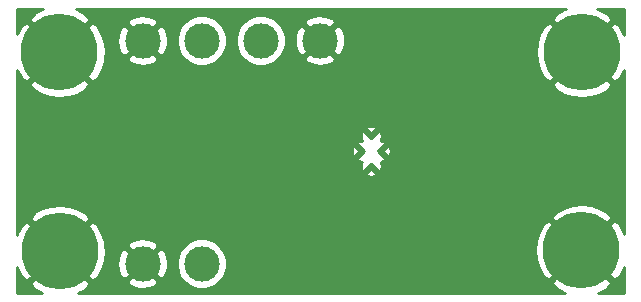
<source format=gbr>
%TF.GenerationSoftware,KiCad,Pcbnew,5.1.8-db9833491~88~ubuntu20.04.1*%
%TF.CreationDate,2020-12-10T20:55:53+01:00*%
%TF.ProjectId,Boost_DC_Converter_TPS61088RHLR,426f6f73-745f-4444-935f-436f6e766572,V1.0*%
%TF.SameCoordinates,Original*%
%TF.FileFunction,Copper,L2,Bot*%
%TF.FilePolarity,Positive*%
%FSLAX46Y46*%
G04 Gerber Fmt 4.6, Leading zero omitted, Abs format (unit mm)*
G04 Created by KiCad (PCBNEW 5.1.8-db9833491~88~ubuntu20.04.1) date 2020-12-10 20:55:53*
%MOMM*%
%LPD*%
G01*
G04 APERTURE LIST*
%TA.AperFunction,ComponentPad*%
%ADD10C,0.499999*%
%TD*%
%TA.AperFunction,ComponentPad*%
%ADD11C,3.000000*%
%TD*%
%TA.AperFunction,ComponentPad*%
%ADD12C,1.000000*%
%TD*%
%TA.AperFunction,ComponentPad*%
%ADD13C,6.500000*%
%TD*%
%TA.AperFunction,ViaPad*%
%ADD14C,0.800000*%
%TD*%
%TA.AperFunction,Conductor*%
%ADD15C,0.254000*%
%TD*%
%TA.AperFunction,Conductor*%
%ADD16C,0.100000*%
%TD*%
G04 APERTURE END LIST*
D10*
%TO.P,U1,21*%
%TO.N,GND*%
X161000000Y-47184999D03*
X160225000Y-48459921D03*
X161000000Y-49735001D03*
X161775000Y-48459921D03*
%TD*%
D11*
%TO.P,P1,1*%
%TO.N,GND*%
X156650000Y-39090000D03*
%TO.P,P1,2*%
%TO.N,Net-(C1-Pad1)*%
X151650000Y-39090000D03*
%TD*%
%TO.P,P2,2*%
%TO.N,Net-(P2-Pad2)*%
X146650000Y-57980000D03*
%TO.P,P2,1*%
%TO.N,GND*%
X141650000Y-57980000D03*
%TD*%
%TO.P,P3,2*%
%TO.N,GND*%
X141650000Y-39090000D03*
%TO.P,P3,1*%
%TO.N,Net-(C10-Pad1)*%
X146650000Y-39090000D03*
%TD*%
D12*
%TO.P,MH1,1*%
%TO.N,GND*%
X136397767Y-55142233D03*
X137130000Y-56910000D03*
X136397767Y-58677767D03*
X134630000Y-59410000D03*
X132862233Y-58677767D03*
X132130000Y-56910000D03*
X132862233Y-55142233D03*
X134630000Y-54410000D03*
D13*
X134630000Y-56910000D03*
%TD*%
%TO.P,MH2,1*%
%TO.N,GND*%
X178800000Y-56850000D03*
D12*
X178800000Y-54350000D03*
X177032233Y-55082233D03*
X176300000Y-56850000D03*
X177032233Y-58617767D03*
X178800000Y-59350000D03*
X180567767Y-58617767D03*
X181300000Y-56850000D03*
X180567767Y-55082233D03*
%TD*%
D13*
%TO.P,MH3,1*%
%TO.N,GND*%
X134600000Y-40050000D03*
D12*
X134600000Y-37550000D03*
X132832233Y-38282233D03*
X132100000Y-40050000D03*
X132832233Y-41817767D03*
X134600000Y-42550000D03*
X136367767Y-41817767D03*
X137100000Y-40050000D03*
X136367767Y-38282233D03*
%TD*%
%TO.P,MH4,1*%
%TO.N,GND*%
X180597767Y-38302233D03*
X181330000Y-40070000D03*
X180597767Y-41837767D03*
X178830000Y-42570000D03*
X177062233Y-41837767D03*
X176330000Y-40070000D03*
X177062233Y-38302233D03*
X178830000Y-37570000D03*
D13*
X178830000Y-40070000D03*
%TD*%
D14*
%TO.N,GND*%
X159340000Y-45090000D03*
%TD*%
D15*
%TO.N,GND*%
X133130392Y-36433386D02*
X132453064Y-36789584D01*
X132409365Y-36818784D01*
X132043177Y-37313572D01*
X134600000Y-39870395D01*
X137156823Y-37313572D01*
X136790635Y-36818784D01*
X136118163Y-36453499D01*
X135973339Y-36408500D01*
X177512029Y-36408500D01*
X177360392Y-36453386D01*
X176683064Y-36809584D01*
X176639365Y-36838784D01*
X176273177Y-37333572D01*
X178830000Y-39890395D01*
X181386823Y-37333572D01*
X181020635Y-36838784D01*
X180348163Y-36473499D01*
X180138971Y-36408500D01*
X182441226Y-36408500D01*
X182440371Y-38588520D01*
X182090416Y-37923064D01*
X182061216Y-37879365D01*
X181566428Y-37513177D01*
X179009605Y-40070000D01*
X181566428Y-42626823D01*
X182061216Y-42260635D01*
X182426501Y-41588163D01*
X182439209Y-41547262D01*
X182433758Y-55438308D01*
X182416614Y-55380392D01*
X182060416Y-54703064D01*
X182031216Y-54659365D01*
X181536428Y-54293177D01*
X178979605Y-56850000D01*
X181536428Y-59406823D01*
X182031216Y-59040635D01*
X182396501Y-58368163D01*
X182432654Y-58251810D01*
X182431774Y-60491500D01*
X180185537Y-60491500D01*
X180269608Y-60466614D01*
X180946936Y-60110416D01*
X180990635Y-60081216D01*
X181356823Y-59586428D01*
X178800000Y-57029605D01*
X176243177Y-59586428D01*
X176609365Y-60081216D01*
X177281837Y-60446501D01*
X177426661Y-60491500D01*
X136166379Y-60491500D01*
X136776936Y-60170416D01*
X136820635Y-60141216D01*
X137186823Y-59646428D01*
X137012048Y-59471653D01*
X140337952Y-59471653D01*
X140493962Y-59787214D01*
X140868745Y-59978020D01*
X141273551Y-60092044D01*
X141692824Y-60124902D01*
X142110451Y-60075334D01*
X142510383Y-59945243D01*
X142806038Y-59787214D01*
X142962048Y-59471653D01*
X141650000Y-58159605D01*
X140337952Y-59471653D01*
X137012048Y-59471653D01*
X134630000Y-57089605D01*
X132073177Y-59646428D01*
X132439365Y-60141216D01*
X133084221Y-60491500D01*
X130988774Y-60491500D01*
X130989634Y-58299368D01*
X131013386Y-58379608D01*
X131369584Y-59056936D01*
X131398784Y-59100635D01*
X131893572Y-59466823D01*
X134450395Y-56910000D01*
X134809605Y-56910000D01*
X137366428Y-59466823D01*
X137861216Y-59100635D01*
X138226501Y-58428163D01*
X138352445Y-58022824D01*
X139505098Y-58022824D01*
X139554666Y-58440451D01*
X139684757Y-58840383D01*
X139842786Y-59136038D01*
X140158347Y-59292048D01*
X141470395Y-57980000D01*
X141829605Y-57980000D01*
X143141653Y-59292048D01*
X143457214Y-59136038D01*
X143648020Y-58761255D01*
X143762044Y-58356449D01*
X143794902Y-57937176D01*
X143775027Y-57769721D01*
X144515000Y-57769721D01*
X144515000Y-58190279D01*
X144597047Y-58602756D01*
X144757988Y-58991302D01*
X144991637Y-59340983D01*
X145289017Y-59638363D01*
X145638698Y-59872012D01*
X146027244Y-60032953D01*
X146439721Y-60115000D01*
X146860279Y-60115000D01*
X147272756Y-60032953D01*
X147661302Y-59872012D01*
X148010983Y-59638363D01*
X148308363Y-59340983D01*
X148542012Y-58991302D01*
X148702953Y-58602756D01*
X148785000Y-58190279D01*
X148785000Y-57769721D01*
X148702953Y-57357244D01*
X148542012Y-56968698D01*
X148445142Y-56823721D01*
X174896290Y-56823721D01*
X174966172Y-57585803D01*
X175183386Y-58319608D01*
X175539584Y-58996936D01*
X175568784Y-59040635D01*
X176063572Y-59406823D01*
X178620395Y-56850000D01*
X176063572Y-54293177D01*
X175568784Y-54659365D01*
X175203499Y-55331837D01*
X174976425Y-56062650D01*
X174896290Y-56823721D01*
X148445142Y-56823721D01*
X148308363Y-56619017D01*
X148010983Y-56321637D01*
X147661302Y-56087988D01*
X147272756Y-55927047D01*
X146860279Y-55845000D01*
X146439721Y-55845000D01*
X146027244Y-55927047D01*
X145638698Y-56087988D01*
X145289017Y-56321637D01*
X144991637Y-56619017D01*
X144757988Y-56968698D01*
X144597047Y-57357244D01*
X144515000Y-57769721D01*
X143775027Y-57769721D01*
X143745334Y-57519549D01*
X143615243Y-57119617D01*
X143457214Y-56823962D01*
X143141653Y-56667952D01*
X141829605Y-57980000D01*
X141470395Y-57980000D01*
X140158347Y-56667952D01*
X139842786Y-56823962D01*
X139651980Y-57198745D01*
X139537956Y-57603551D01*
X139505098Y-58022824D01*
X138352445Y-58022824D01*
X138453575Y-57697350D01*
X138533710Y-56936279D01*
X138492636Y-56488347D01*
X140337952Y-56488347D01*
X141650000Y-57800395D01*
X142962048Y-56488347D01*
X142806038Y-56172786D01*
X142431255Y-55981980D01*
X142026449Y-55867956D01*
X141607176Y-55835098D01*
X141189549Y-55884666D01*
X140789617Y-56014757D01*
X140493962Y-56172786D01*
X140337952Y-56488347D01*
X138492636Y-56488347D01*
X138463828Y-56174197D01*
X138246614Y-55440392D01*
X137890416Y-54763064D01*
X137861216Y-54719365D01*
X137366428Y-54353177D01*
X134809605Y-56910000D01*
X134450395Y-56910000D01*
X131893572Y-54353177D01*
X131398784Y-54719365D01*
X131033499Y-55391837D01*
X130990721Y-55529513D01*
X130991253Y-54173572D01*
X132073177Y-54173572D01*
X134630000Y-56730395D01*
X137186823Y-54173572D01*
X137142418Y-54113572D01*
X176243177Y-54113572D01*
X178800000Y-56670395D01*
X181356823Y-54113572D01*
X180990635Y-53618784D01*
X180318163Y-53253499D01*
X179587350Y-53026425D01*
X178826279Y-52946290D01*
X178064197Y-53016172D01*
X177330392Y-53233386D01*
X176653064Y-53589584D01*
X176609365Y-53618784D01*
X176243177Y-54113572D01*
X137142418Y-54113572D01*
X136820635Y-53678784D01*
X136148163Y-53313499D01*
X135417350Y-53086425D01*
X134656279Y-53006290D01*
X133894197Y-53076172D01*
X133160392Y-53293386D01*
X132483064Y-53649584D01*
X132439365Y-53678784D01*
X132073177Y-54173572D01*
X130991253Y-54173572D01*
X130992760Y-50331163D01*
X160577784Y-50331163D01*
X160581826Y-50519827D01*
X160742973Y-50586329D01*
X160913997Y-50620113D01*
X161088327Y-50619885D01*
X161259262Y-50585650D01*
X161418174Y-50519827D01*
X161422216Y-50331163D01*
X161000000Y-49908948D01*
X160577784Y-50331163D01*
X130992760Y-50331163D01*
X130993529Y-48373918D01*
X159339888Y-48373918D01*
X159340116Y-48548248D01*
X159374351Y-48719183D01*
X159440174Y-48878095D01*
X159628838Y-48882137D01*
X160051053Y-48459921D01*
X159628838Y-48037705D01*
X159440174Y-48041747D01*
X159373672Y-48202894D01*
X159339888Y-48373918D01*
X130993529Y-48373918D01*
X130993729Y-47863759D01*
X159802784Y-47863759D01*
X160225000Y-48285974D01*
X160241972Y-48269003D01*
X160415918Y-48442949D01*
X160398947Y-48459921D01*
X160415918Y-48476893D01*
X160241972Y-48650839D01*
X160225000Y-48633868D01*
X159802784Y-49056083D01*
X159806826Y-49244747D01*
X159967973Y-49311249D01*
X160138997Y-49345033D01*
X160203569Y-49344949D01*
X160148672Y-49477974D01*
X160114888Y-49648998D01*
X160115116Y-49823328D01*
X160149351Y-49994263D01*
X160215174Y-50153175D01*
X160403838Y-50157217D01*
X160826053Y-49735001D01*
X160809082Y-49718029D01*
X160983028Y-49544083D01*
X161000000Y-49561054D01*
X161016972Y-49544083D01*
X161190918Y-49718029D01*
X161173947Y-49735001D01*
X161596162Y-50157217D01*
X161784826Y-50153175D01*
X161851328Y-49992028D01*
X161885112Y-49821004D01*
X161884884Y-49646674D01*
X161850649Y-49475739D01*
X161796451Y-49344892D01*
X161863327Y-49344805D01*
X162034262Y-49310570D01*
X162193174Y-49244747D01*
X162197216Y-49056083D01*
X161775000Y-48633868D01*
X161758028Y-48650839D01*
X161584082Y-48476893D01*
X161601053Y-48459921D01*
X161948947Y-48459921D01*
X162371162Y-48882137D01*
X162559826Y-48878095D01*
X162626328Y-48716948D01*
X162660112Y-48545924D01*
X162659884Y-48371594D01*
X162625649Y-48200659D01*
X162559826Y-48041747D01*
X162371162Y-48037705D01*
X161948947Y-48459921D01*
X161601053Y-48459921D01*
X161584082Y-48442949D01*
X161758028Y-48269003D01*
X161775000Y-48285974D01*
X162197216Y-47863759D01*
X162193174Y-47675095D01*
X162032027Y-47608593D01*
X161861003Y-47574809D01*
X161796496Y-47574893D01*
X161851328Y-47442026D01*
X161885112Y-47271002D01*
X161884884Y-47096672D01*
X161850649Y-46925737D01*
X161784826Y-46766825D01*
X161596162Y-46762783D01*
X161173947Y-47184999D01*
X161190918Y-47201971D01*
X161016972Y-47375917D01*
X161000000Y-47358946D01*
X160983028Y-47375917D01*
X160809082Y-47201971D01*
X160826053Y-47184999D01*
X160403838Y-46762783D01*
X160215174Y-46766825D01*
X160148672Y-46927972D01*
X160114888Y-47098996D01*
X160115116Y-47273326D01*
X160149351Y-47444261D01*
X160203484Y-47574950D01*
X160136673Y-47575037D01*
X159965738Y-47609272D01*
X159806826Y-47675095D01*
X159802784Y-47863759D01*
X130993729Y-47863759D01*
X130994229Y-46588837D01*
X160577784Y-46588837D01*
X161000000Y-47011052D01*
X161422216Y-46588837D01*
X161418174Y-46400173D01*
X161257027Y-46333671D01*
X161086003Y-46299887D01*
X160911673Y-46300115D01*
X160740738Y-46334350D01*
X160581826Y-46400173D01*
X160577784Y-46588837D01*
X130994229Y-46588837D01*
X130995722Y-42786428D01*
X132043177Y-42786428D01*
X132409365Y-43281216D01*
X133081837Y-43646501D01*
X133812650Y-43873575D01*
X134573721Y-43953710D01*
X135335803Y-43883828D01*
X136069608Y-43666614D01*
X136746936Y-43310416D01*
X136790635Y-43281216D01*
X137142021Y-42806428D01*
X176273177Y-42806428D01*
X176639365Y-43301216D01*
X177311837Y-43666501D01*
X178042650Y-43893575D01*
X178803721Y-43973710D01*
X179565803Y-43903828D01*
X180299608Y-43686614D01*
X180976936Y-43330416D01*
X181020635Y-43301216D01*
X181386823Y-42806428D01*
X178830000Y-40249605D01*
X176273177Y-42806428D01*
X137142021Y-42806428D01*
X137156823Y-42786428D01*
X134600000Y-40229605D01*
X132043177Y-42786428D01*
X130995722Y-42786428D01*
X130996210Y-41543993D01*
X131339584Y-42196936D01*
X131368784Y-42240635D01*
X131863572Y-42606823D01*
X134420395Y-40050000D01*
X134779605Y-40050000D01*
X137336428Y-42606823D01*
X137831216Y-42240635D01*
X138196501Y-41568163D01*
X138423575Y-40837350D01*
X138450497Y-40581653D01*
X140337952Y-40581653D01*
X140493962Y-40897214D01*
X140868745Y-41088020D01*
X141273551Y-41202044D01*
X141692824Y-41234902D01*
X142110451Y-41185334D01*
X142510383Y-41055243D01*
X142806038Y-40897214D01*
X142962048Y-40581653D01*
X141650000Y-39269605D01*
X140337952Y-40581653D01*
X138450497Y-40581653D01*
X138503710Y-40076279D01*
X138433828Y-39314197D01*
X138380140Y-39132824D01*
X139505098Y-39132824D01*
X139554666Y-39550451D01*
X139684757Y-39950383D01*
X139842786Y-40246038D01*
X140158347Y-40402048D01*
X141470395Y-39090000D01*
X141829605Y-39090000D01*
X143141653Y-40402048D01*
X143457214Y-40246038D01*
X143648020Y-39871255D01*
X143762044Y-39466449D01*
X143794902Y-39047176D01*
X143775027Y-38879721D01*
X144515000Y-38879721D01*
X144515000Y-39300279D01*
X144597047Y-39712756D01*
X144757988Y-40101302D01*
X144991637Y-40450983D01*
X145289017Y-40748363D01*
X145638698Y-40982012D01*
X146027244Y-41142953D01*
X146439721Y-41225000D01*
X146860279Y-41225000D01*
X147272756Y-41142953D01*
X147661302Y-40982012D01*
X148010983Y-40748363D01*
X148308363Y-40450983D01*
X148542012Y-40101302D01*
X148702953Y-39712756D01*
X148785000Y-39300279D01*
X148785000Y-38879721D01*
X149515000Y-38879721D01*
X149515000Y-39300279D01*
X149597047Y-39712756D01*
X149757988Y-40101302D01*
X149991637Y-40450983D01*
X150289017Y-40748363D01*
X150638698Y-40982012D01*
X151027244Y-41142953D01*
X151439721Y-41225000D01*
X151860279Y-41225000D01*
X152272756Y-41142953D01*
X152661302Y-40982012D01*
X153010983Y-40748363D01*
X153177693Y-40581653D01*
X155337952Y-40581653D01*
X155493962Y-40897214D01*
X155868745Y-41088020D01*
X156273551Y-41202044D01*
X156692824Y-41234902D01*
X157110451Y-41185334D01*
X157510383Y-41055243D01*
X157806038Y-40897214D01*
X157962048Y-40581653D01*
X156650000Y-39269605D01*
X155337952Y-40581653D01*
X153177693Y-40581653D01*
X153308363Y-40450983D01*
X153542012Y-40101302D01*
X153702953Y-39712756D01*
X153785000Y-39300279D01*
X153785000Y-39132824D01*
X154505098Y-39132824D01*
X154554666Y-39550451D01*
X154684757Y-39950383D01*
X154842786Y-40246038D01*
X155158347Y-40402048D01*
X156470395Y-39090000D01*
X156829605Y-39090000D01*
X158141653Y-40402048D01*
X158457214Y-40246038D01*
X158560215Y-40043721D01*
X174926290Y-40043721D01*
X174996172Y-40805803D01*
X175213386Y-41539608D01*
X175569584Y-42216936D01*
X175598784Y-42260635D01*
X176093572Y-42626823D01*
X178650395Y-40070000D01*
X176093572Y-37513177D01*
X175598784Y-37879365D01*
X175233499Y-38551837D01*
X175006425Y-39282650D01*
X174926290Y-40043721D01*
X158560215Y-40043721D01*
X158648020Y-39871255D01*
X158762044Y-39466449D01*
X158794902Y-39047176D01*
X158745334Y-38629549D01*
X158615243Y-38229617D01*
X158457214Y-37933962D01*
X158141653Y-37777952D01*
X156829605Y-39090000D01*
X156470395Y-39090000D01*
X155158347Y-37777952D01*
X154842786Y-37933962D01*
X154651980Y-38308745D01*
X154537956Y-38713551D01*
X154505098Y-39132824D01*
X153785000Y-39132824D01*
X153785000Y-38879721D01*
X153702953Y-38467244D01*
X153542012Y-38078698D01*
X153308363Y-37729017D01*
X153177693Y-37598347D01*
X155337952Y-37598347D01*
X156650000Y-38910395D01*
X157962048Y-37598347D01*
X157806038Y-37282786D01*
X157431255Y-37091980D01*
X157026449Y-36977956D01*
X156607176Y-36945098D01*
X156189549Y-36994666D01*
X155789617Y-37124757D01*
X155493962Y-37282786D01*
X155337952Y-37598347D01*
X153177693Y-37598347D01*
X153010983Y-37431637D01*
X152661302Y-37197988D01*
X152272756Y-37037047D01*
X151860279Y-36955000D01*
X151439721Y-36955000D01*
X151027244Y-37037047D01*
X150638698Y-37197988D01*
X150289017Y-37431637D01*
X149991637Y-37729017D01*
X149757988Y-38078698D01*
X149597047Y-38467244D01*
X149515000Y-38879721D01*
X148785000Y-38879721D01*
X148702953Y-38467244D01*
X148542012Y-38078698D01*
X148308363Y-37729017D01*
X148010983Y-37431637D01*
X147661302Y-37197988D01*
X147272756Y-37037047D01*
X146860279Y-36955000D01*
X146439721Y-36955000D01*
X146027244Y-37037047D01*
X145638698Y-37197988D01*
X145289017Y-37431637D01*
X144991637Y-37729017D01*
X144757988Y-38078698D01*
X144597047Y-38467244D01*
X144515000Y-38879721D01*
X143775027Y-38879721D01*
X143745334Y-38629549D01*
X143615243Y-38229617D01*
X143457214Y-37933962D01*
X143141653Y-37777952D01*
X141829605Y-39090000D01*
X141470395Y-39090000D01*
X140158347Y-37777952D01*
X139842786Y-37933962D01*
X139651980Y-38308745D01*
X139537956Y-38713551D01*
X139505098Y-39132824D01*
X138380140Y-39132824D01*
X138216614Y-38580392D01*
X137860416Y-37903064D01*
X137831216Y-37859365D01*
X137478533Y-37598347D01*
X140337952Y-37598347D01*
X141650000Y-38910395D01*
X142962048Y-37598347D01*
X142806038Y-37282786D01*
X142431255Y-37091980D01*
X142026449Y-36977956D01*
X141607176Y-36945098D01*
X141189549Y-36994666D01*
X140789617Y-37124757D01*
X140493962Y-37282786D01*
X140337952Y-37598347D01*
X137478533Y-37598347D01*
X137336428Y-37493177D01*
X134779605Y-40050000D01*
X134420395Y-40050000D01*
X131863572Y-37493177D01*
X131368784Y-37859365D01*
X131003499Y-38531837D01*
X130997384Y-38551516D01*
X130998226Y-36408500D01*
X133214463Y-36408500D01*
X133130392Y-36433386D01*
%TA.AperFunction,Conductor*%
D16*
G36*
X133130392Y-36433386D02*
G01*
X132453064Y-36789584D01*
X132409365Y-36818784D01*
X132043177Y-37313572D01*
X134600000Y-39870395D01*
X137156823Y-37313572D01*
X136790635Y-36818784D01*
X136118163Y-36453499D01*
X135973339Y-36408500D01*
X177512029Y-36408500D01*
X177360392Y-36453386D01*
X176683064Y-36809584D01*
X176639365Y-36838784D01*
X176273177Y-37333572D01*
X178830000Y-39890395D01*
X181386823Y-37333572D01*
X181020635Y-36838784D01*
X180348163Y-36473499D01*
X180138971Y-36408500D01*
X182441226Y-36408500D01*
X182440371Y-38588520D01*
X182090416Y-37923064D01*
X182061216Y-37879365D01*
X181566428Y-37513177D01*
X179009605Y-40070000D01*
X181566428Y-42626823D01*
X182061216Y-42260635D01*
X182426501Y-41588163D01*
X182439209Y-41547262D01*
X182433758Y-55438308D01*
X182416614Y-55380392D01*
X182060416Y-54703064D01*
X182031216Y-54659365D01*
X181536428Y-54293177D01*
X178979605Y-56850000D01*
X181536428Y-59406823D01*
X182031216Y-59040635D01*
X182396501Y-58368163D01*
X182432654Y-58251810D01*
X182431774Y-60491500D01*
X180185537Y-60491500D01*
X180269608Y-60466614D01*
X180946936Y-60110416D01*
X180990635Y-60081216D01*
X181356823Y-59586428D01*
X178800000Y-57029605D01*
X176243177Y-59586428D01*
X176609365Y-60081216D01*
X177281837Y-60446501D01*
X177426661Y-60491500D01*
X136166379Y-60491500D01*
X136776936Y-60170416D01*
X136820635Y-60141216D01*
X137186823Y-59646428D01*
X137012048Y-59471653D01*
X140337952Y-59471653D01*
X140493962Y-59787214D01*
X140868745Y-59978020D01*
X141273551Y-60092044D01*
X141692824Y-60124902D01*
X142110451Y-60075334D01*
X142510383Y-59945243D01*
X142806038Y-59787214D01*
X142962048Y-59471653D01*
X141650000Y-58159605D01*
X140337952Y-59471653D01*
X137012048Y-59471653D01*
X134630000Y-57089605D01*
X132073177Y-59646428D01*
X132439365Y-60141216D01*
X133084221Y-60491500D01*
X130988774Y-60491500D01*
X130989634Y-58299368D01*
X131013386Y-58379608D01*
X131369584Y-59056936D01*
X131398784Y-59100635D01*
X131893572Y-59466823D01*
X134450395Y-56910000D01*
X134809605Y-56910000D01*
X137366428Y-59466823D01*
X137861216Y-59100635D01*
X138226501Y-58428163D01*
X138352445Y-58022824D01*
X139505098Y-58022824D01*
X139554666Y-58440451D01*
X139684757Y-58840383D01*
X139842786Y-59136038D01*
X140158347Y-59292048D01*
X141470395Y-57980000D01*
X141829605Y-57980000D01*
X143141653Y-59292048D01*
X143457214Y-59136038D01*
X143648020Y-58761255D01*
X143762044Y-58356449D01*
X143794902Y-57937176D01*
X143775027Y-57769721D01*
X144515000Y-57769721D01*
X144515000Y-58190279D01*
X144597047Y-58602756D01*
X144757988Y-58991302D01*
X144991637Y-59340983D01*
X145289017Y-59638363D01*
X145638698Y-59872012D01*
X146027244Y-60032953D01*
X146439721Y-60115000D01*
X146860279Y-60115000D01*
X147272756Y-60032953D01*
X147661302Y-59872012D01*
X148010983Y-59638363D01*
X148308363Y-59340983D01*
X148542012Y-58991302D01*
X148702953Y-58602756D01*
X148785000Y-58190279D01*
X148785000Y-57769721D01*
X148702953Y-57357244D01*
X148542012Y-56968698D01*
X148445142Y-56823721D01*
X174896290Y-56823721D01*
X174966172Y-57585803D01*
X175183386Y-58319608D01*
X175539584Y-58996936D01*
X175568784Y-59040635D01*
X176063572Y-59406823D01*
X178620395Y-56850000D01*
X176063572Y-54293177D01*
X175568784Y-54659365D01*
X175203499Y-55331837D01*
X174976425Y-56062650D01*
X174896290Y-56823721D01*
X148445142Y-56823721D01*
X148308363Y-56619017D01*
X148010983Y-56321637D01*
X147661302Y-56087988D01*
X147272756Y-55927047D01*
X146860279Y-55845000D01*
X146439721Y-55845000D01*
X146027244Y-55927047D01*
X145638698Y-56087988D01*
X145289017Y-56321637D01*
X144991637Y-56619017D01*
X144757988Y-56968698D01*
X144597047Y-57357244D01*
X144515000Y-57769721D01*
X143775027Y-57769721D01*
X143745334Y-57519549D01*
X143615243Y-57119617D01*
X143457214Y-56823962D01*
X143141653Y-56667952D01*
X141829605Y-57980000D01*
X141470395Y-57980000D01*
X140158347Y-56667952D01*
X139842786Y-56823962D01*
X139651980Y-57198745D01*
X139537956Y-57603551D01*
X139505098Y-58022824D01*
X138352445Y-58022824D01*
X138453575Y-57697350D01*
X138533710Y-56936279D01*
X138492636Y-56488347D01*
X140337952Y-56488347D01*
X141650000Y-57800395D01*
X142962048Y-56488347D01*
X142806038Y-56172786D01*
X142431255Y-55981980D01*
X142026449Y-55867956D01*
X141607176Y-55835098D01*
X141189549Y-55884666D01*
X140789617Y-56014757D01*
X140493962Y-56172786D01*
X140337952Y-56488347D01*
X138492636Y-56488347D01*
X138463828Y-56174197D01*
X138246614Y-55440392D01*
X137890416Y-54763064D01*
X137861216Y-54719365D01*
X137366428Y-54353177D01*
X134809605Y-56910000D01*
X134450395Y-56910000D01*
X131893572Y-54353177D01*
X131398784Y-54719365D01*
X131033499Y-55391837D01*
X130990721Y-55529513D01*
X130991253Y-54173572D01*
X132073177Y-54173572D01*
X134630000Y-56730395D01*
X137186823Y-54173572D01*
X137142418Y-54113572D01*
X176243177Y-54113572D01*
X178800000Y-56670395D01*
X181356823Y-54113572D01*
X180990635Y-53618784D01*
X180318163Y-53253499D01*
X179587350Y-53026425D01*
X178826279Y-52946290D01*
X178064197Y-53016172D01*
X177330392Y-53233386D01*
X176653064Y-53589584D01*
X176609365Y-53618784D01*
X176243177Y-54113572D01*
X137142418Y-54113572D01*
X136820635Y-53678784D01*
X136148163Y-53313499D01*
X135417350Y-53086425D01*
X134656279Y-53006290D01*
X133894197Y-53076172D01*
X133160392Y-53293386D01*
X132483064Y-53649584D01*
X132439365Y-53678784D01*
X132073177Y-54173572D01*
X130991253Y-54173572D01*
X130992760Y-50331163D01*
X160577784Y-50331163D01*
X160581826Y-50519827D01*
X160742973Y-50586329D01*
X160913997Y-50620113D01*
X161088327Y-50619885D01*
X161259262Y-50585650D01*
X161418174Y-50519827D01*
X161422216Y-50331163D01*
X161000000Y-49908948D01*
X160577784Y-50331163D01*
X130992760Y-50331163D01*
X130993529Y-48373918D01*
X159339888Y-48373918D01*
X159340116Y-48548248D01*
X159374351Y-48719183D01*
X159440174Y-48878095D01*
X159628838Y-48882137D01*
X160051053Y-48459921D01*
X159628838Y-48037705D01*
X159440174Y-48041747D01*
X159373672Y-48202894D01*
X159339888Y-48373918D01*
X130993529Y-48373918D01*
X130993729Y-47863759D01*
X159802784Y-47863759D01*
X160225000Y-48285974D01*
X160241972Y-48269003D01*
X160415918Y-48442949D01*
X160398947Y-48459921D01*
X160415918Y-48476893D01*
X160241972Y-48650839D01*
X160225000Y-48633868D01*
X159802784Y-49056083D01*
X159806826Y-49244747D01*
X159967973Y-49311249D01*
X160138997Y-49345033D01*
X160203569Y-49344949D01*
X160148672Y-49477974D01*
X160114888Y-49648998D01*
X160115116Y-49823328D01*
X160149351Y-49994263D01*
X160215174Y-50153175D01*
X160403838Y-50157217D01*
X160826053Y-49735001D01*
X160809082Y-49718029D01*
X160983028Y-49544083D01*
X161000000Y-49561054D01*
X161016972Y-49544083D01*
X161190918Y-49718029D01*
X161173947Y-49735001D01*
X161596162Y-50157217D01*
X161784826Y-50153175D01*
X161851328Y-49992028D01*
X161885112Y-49821004D01*
X161884884Y-49646674D01*
X161850649Y-49475739D01*
X161796451Y-49344892D01*
X161863327Y-49344805D01*
X162034262Y-49310570D01*
X162193174Y-49244747D01*
X162197216Y-49056083D01*
X161775000Y-48633868D01*
X161758028Y-48650839D01*
X161584082Y-48476893D01*
X161601053Y-48459921D01*
X161948947Y-48459921D01*
X162371162Y-48882137D01*
X162559826Y-48878095D01*
X162626328Y-48716948D01*
X162660112Y-48545924D01*
X162659884Y-48371594D01*
X162625649Y-48200659D01*
X162559826Y-48041747D01*
X162371162Y-48037705D01*
X161948947Y-48459921D01*
X161601053Y-48459921D01*
X161584082Y-48442949D01*
X161758028Y-48269003D01*
X161775000Y-48285974D01*
X162197216Y-47863759D01*
X162193174Y-47675095D01*
X162032027Y-47608593D01*
X161861003Y-47574809D01*
X161796496Y-47574893D01*
X161851328Y-47442026D01*
X161885112Y-47271002D01*
X161884884Y-47096672D01*
X161850649Y-46925737D01*
X161784826Y-46766825D01*
X161596162Y-46762783D01*
X161173947Y-47184999D01*
X161190918Y-47201971D01*
X161016972Y-47375917D01*
X161000000Y-47358946D01*
X160983028Y-47375917D01*
X160809082Y-47201971D01*
X160826053Y-47184999D01*
X160403838Y-46762783D01*
X160215174Y-46766825D01*
X160148672Y-46927972D01*
X160114888Y-47098996D01*
X160115116Y-47273326D01*
X160149351Y-47444261D01*
X160203484Y-47574950D01*
X160136673Y-47575037D01*
X159965738Y-47609272D01*
X159806826Y-47675095D01*
X159802784Y-47863759D01*
X130993729Y-47863759D01*
X130994229Y-46588837D01*
X160577784Y-46588837D01*
X161000000Y-47011052D01*
X161422216Y-46588837D01*
X161418174Y-46400173D01*
X161257027Y-46333671D01*
X161086003Y-46299887D01*
X160911673Y-46300115D01*
X160740738Y-46334350D01*
X160581826Y-46400173D01*
X160577784Y-46588837D01*
X130994229Y-46588837D01*
X130995722Y-42786428D01*
X132043177Y-42786428D01*
X132409365Y-43281216D01*
X133081837Y-43646501D01*
X133812650Y-43873575D01*
X134573721Y-43953710D01*
X135335803Y-43883828D01*
X136069608Y-43666614D01*
X136746936Y-43310416D01*
X136790635Y-43281216D01*
X137142021Y-42806428D01*
X176273177Y-42806428D01*
X176639365Y-43301216D01*
X177311837Y-43666501D01*
X178042650Y-43893575D01*
X178803721Y-43973710D01*
X179565803Y-43903828D01*
X180299608Y-43686614D01*
X180976936Y-43330416D01*
X181020635Y-43301216D01*
X181386823Y-42806428D01*
X178830000Y-40249605D01*
X176273177Y-42806428D01*
X137142021Y-42806428D01*
X137156823Y-42786428D01*
X134600000Y-40229605D01*
X132043177Y-42786428D01*
X130995722Y-42786428D01*
X130996210Y-41543993D01*
X131339584Y-42196936D01*
X131368784Y-42240635D01*
X131863572Y-42606823D01*
X134420395Y-40050000D01*
X134779605Y-40050000D01*
X137336428Y-42606823D01*
X137831216Y-42240635D01*
X138196501Y-41568163D01*
X138423575Y-40837350D01*
X138450497Y-40581653D01*
X140337952Y-40581653D01*
X140493962Y-40897214D01*
X140868745Y-41088020D01*
X141273551Y-41202044D01*
X141692824Y-41234902D01*
X142110451Y-41185334D01*
X142510383Y-41055243D01*
X142806038Y-40897214D01*
X142962048Y-40581653D01*
X141650000Y-39269605D01*
X140337952Y-40581653D01*
X138450497Y-40581653D01*
X138503710Y-40076279D01*
X138433828Y-39314197D01*
X138380140Y-39132824D01*
X139505098Y-39132824D01*
X139554666Y-39550451D01*
X139684757Y-39950383D01*
X139842786Y-40246038D01*
X140158347Y-40402048D01*
X141470395Y-39090000D01*
X141829605Y-39090000D01*
X143141653Y-40402048D01*
X143457214Y-40246038D01*
X143648020Y-39871255D01*
X143762044Y-39466449D01*
X143794902Y-39047176D01*
X143775027Y-38879721D01*
X144515000Y-38879721D01*
X144515000Y-39300279D01*
X144597047Y-39712756D01*
X144757988Y-40101302D01*
X144991637Y-40450983D01*
X145289017Y-40748363D01*
X145638698Y-40982012D01*
X146027244Y-41142953D01*
X146439721Y-41225000D01*
X146860279Y-41225000D01*
X147272756Y-41142953D01*
X147661302Y-40982012D01*
X148010983Y-40748363D01*
X148308363Y-40450983D01*
X148542012Y-40101302D01*
X148702953Y-39712756D01*
X148785000Y-39300279D01*
X148785000Y-38879721D01*
X149515000Y-38879721D01*
X149515000Y-39300279D01*
X149597047Y-39712756D01*
X149757988Y-40101302D01*
X149991637Y-40450983D01*
X150289017Y-40748363D01*
X150638698Y-40982012D01*
X151027244Y-41142953D01*
X151439721Y-41225000D01*
X151860279Y-41225000D01*
X152272756Y-41142953D01*
X152661302Y-40982012D01*
X153010983Y-40748363D01*
X153177693Y-40581653D01*
X155337952Y-40581653D01*
X155493962Y-40897214D01*
X155868745Y-41088020D01*
X156273551Y-41202044D01*
X156692824Y-41234902D01*
X157110451Y-41185334D01*
X157510383Y-41055243D01*
X157806038Y-40897214D01*
X157962048Y-40581653D01*
X156650000Y-39269605D01*
X155337952Y-40581653D01*
X153177693Y-40581653D01*
X153308363Y-40450983D01*
X153542012Y-40101302D01*
X153702953Y-39712756D01*
X153785000Y-39300279D01*
X153785000Y-39132824D01*
X154505098Y-39132824D01*
X154554666Y-39550451D01*
X154684757Y-39950383D01*
X154842786Y-40246038D01*
X155158347Y-40402048D01*
X156470395Y-39090000D01*
X156829605Y-39090000D01*
X158141653Y-40402048D01*
X158457214Y-40246038D01*
X158560215Y-40043721D01*
X174926290Y-40043721D01*
X174996172Y-40805803D01*
X175213386Y-41539608D01*
X175569584Y-42216936D01*
X175598784Y-42260635D01*
X176093572Y-42626823D01*
X178650395Y-40070000D01*
X176093572Y-37513177D01*
X175598784Y-37879365D01*
X175233499Y-38551837D01*
X175006425Y-39282650D01*
X174926290Y-40043721D01*
X158560215Y-40043721D01*
X158648020Y-39871255D01*
X158762044Y-39466449D01*
X158794902Y-39047176D01*
X158745334Y-38629549D01*
X158615243Y-38229617D01*
X158457214Y-37933962D01*
X158141653Y-37777952D01*
X156829605Y-39090000D01*
X156470395Y-39090000D01*
X155158347Y-37777952D01*
X154842786Y-37933962D01*
X154651980Y-38308745D01*
X154537956Y-38713551D01*
X154505098Y-39132824D01*
X153785000Y-39132824D01*
X153785000Y-38879721D01*
X153702953Y-38467244D01*
X153542012Y-38078698D01*
X153308363Y-37729017D01*
X153177693Y-37598347D01*
X155337952Y-37598347D01*
X156650000Y-38910395D01*
X157962048Y-37598347D01*
X157806038Y-37282786D01*
X157431255Y-37091980D01*
X157026449Y-36977956D01*
X156607176Y-36945098D01*
X156189549Y-36994666D01*
X155789617Y-37124757D01*
X155493962Y-37282786D01*
X155337952Y-37598347D01*
X153177693Y-37598347D01*
X153010983Y-37431637D01*
X152661302Y-37197988D01*
X152272756Y-37037047D01*
X151860279Y-36955000D01*
X151439721Y-36955000D01*
X151027244Y-37037047D01*
X150638698Y-37197988D01*
X150289017Y-37431637D01*
X149991637Y-37729017D01*
X149757988Y-38078698D01*
X149597047Y-38467244D01*
X149515000Y-38879721D01*
X148785000Y-38879721D01*
X148702953Y-38467244D01*
X148542012Y-38078698D01*
X148308363Y-37729017D01*
X148010983Y-37431637D01*
X147661302Y-37197988D01*
X147272756Y-37037047D01*
X146860279Y-36955000D01*
X146439721Y-36955000D01*
X146027244Y-37037047D01*
X145638698Y-37197988D01*
X145289017Y-37431637D01*
X144991637Y-37729017D01*
X144757988Y-38078698D01*
X144597047Y-38467244D01*
X144515000Y-38879721D01*
X143775027Y-38879721D01*
X143745334Y-38629549D01*
X143615243Y-38229617D01*
X143457214Y-37933962D01*
X143141653Y-37777952D01*
X141829605Y-39090000D01*
X141470395Y-39090000D01*
X140158347Y-37777952D01*
X139842786Y-37933962D01*
X139651980Y-38308745D01*
X139537956Y-38713551D01*
X139505098Y-39132824D01*
X138380140Y-39132824D01*
X138216614Y-38580392D01*
X137860416Y-37903064D01*
X137831216Y-37859365D01*
X137478533Y-37598347D01*
X140337952Y-37598347D01*
X141650000Y-38910395D01*
X142962048Y-37598347D01*
X142806038Y-37282786D01*
X142431255Y-37091980D01*
X142026449Y-36977956D01*
X141607176Y-36945098D01*
X141189549Y-36994666D01*
X140789617Y-37124757D01*
X140493962Y-37282786D01*
X140337952Y-37598347D01*
X137478533Y-37598347D01*
X137336428Y-37493177D01*
X134779605Y-40050000D01*
X134420395Y-40050000D01*
X131863572Y-37493177D01*
X131368784Y-37859365D01*
X131003499Y-38531837D01*
X130997384Y-38551516D01*
X130998226Y-36408500D01*
X133214463Y-36408500D01*
X133130392Y-36433386D01*
G37*
%TD.AperFunction*%
%TD*%
M02*

</source>
